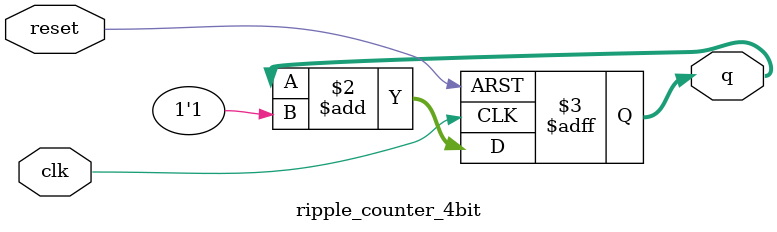
<source format=v>
module ripple_counter_4bit (
    input  wire clk,
    input  wire reset,
    output reg [3:0] q
);

    always @(posedge clk or posedge reset) begin
        if (reset)
            q <= 4'b0000;
        else
            q <= q + 1'b1;   // increments like a ripple counter
    end

endmodule
</source>
